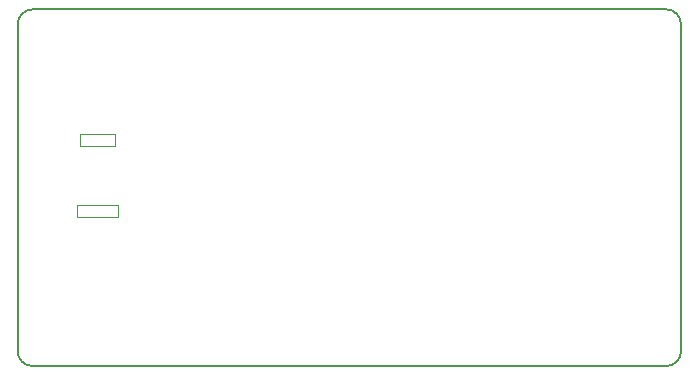
<source format=gbr>
G04 #@! TF.GenerationSoftware,KiCad,Pcbnew,(5.0.2)-1*
G04 #@! TF.CreationDate,2019-08-18T13:50:33-04:00*
G04 #@! TF.ProjectId,Dual-Rail-Op-Amp,4475616c-2d52-4616-996c-2d4f702d416d,rev?*
G04 #@! TF.SameCoordinates,Original*
G04 #@! TF.FileFunction,Profile,NP*
%FSLAX46Y46*%
G04 Gerber Fmt 4.6, Leading zero omitted, Abs format (unit mm)*
G04 Created by KiCad (PCBNEW (5.0.2)-1) date 8/18/2019 1:50:33 PM*
%MOMM*%
%LPD*%
G01*
G04 APERTURE LIST*
%ADD10C,0.150000*%
G04 #@! TA.AperFunction,NonConductor*
%ADD11C,0.000100*%
G04 #@! TD*
G04 APERTURE END LIST*
D10*
X142989300Y-105346500D02*
X142989300Y-77724000D01*
X142989300Y-105346500D02*
G75*
G02X141693900Y-106641900I-1295400J0D01*
G01*
X141693900Y-76428600D02*
G75*
G02X142989300Y-77724000I0J-1295400D01*
G01*
X86804500Y-77724000D02*
G75*
G02X88099900Y-76428600I1295400J0D01*
G01*
X88099900Y-106641900D02*
G75*
G02X86804500Y-105346500I0J1295400D01*
G01*
X141693900Y-76428600D02*
X88099900Y-76428600D01*
X86804500Y-105346500D02*
X86804500Y-77724000D01*
X141693900Y-106641900D02*
X88099900Y-106641900D01*
D11*
G04 #@! TO.C,J1*
X91823600Y-92997400D02*
X95323600Y-92997400D01*
X95073600Y-87997400D02*
X92073600Y-87997400D01*
X95323600Y-93997400D02*
X91823600Y-93997400D01*
X91823600Y-93997400D02*
X91823600Y-92997400D01*
X92073600Y-87997400D02*
X92073600Y-86997400D01*
X92073600Y-86997400D02*
X95073600Y-86997400D01*
X95073600Y-86997400D02*
X95073600Y-87997400D01*
X95323600Y-92997400D02*
X95323600Y-93997400D01*
G04 #@! TD*
M02*

</source>
